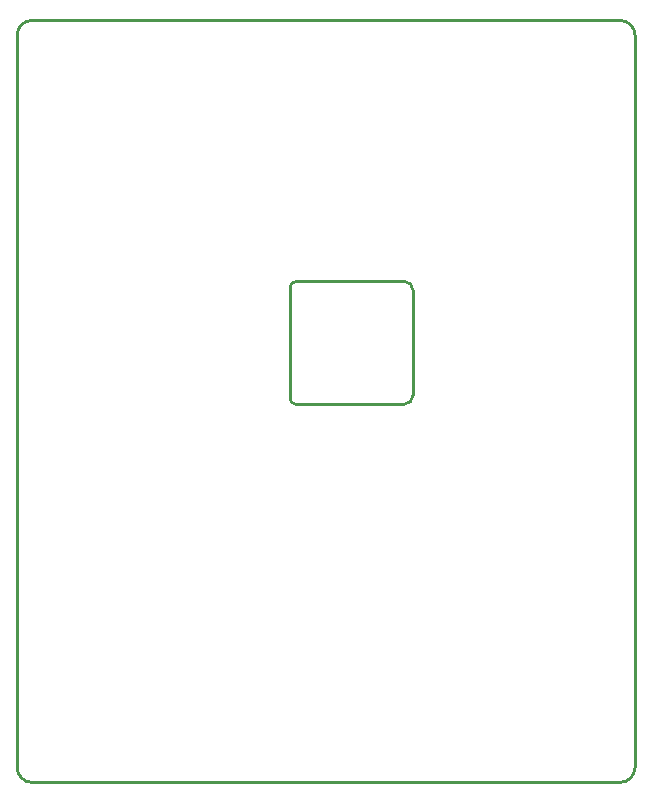
<source format=gm1>
G04*
G04 #@! TF.GenerationSoftware,Altium Limited,Altium Designer,21.2.2 (38)*
G04*
G04 Layer_Color=16711935*
%FSLAX25Y25*%
%MOIN*%
G70*
G04*
G04 #@! TF.SameCoordinates,02BB65A1-8190-4807-ADF1-2835F9576F4A*
G04*
G04*
G04 #@! TF.FilePolarity,Positive*
G04*
G01*
G75*
%ADD11C,0.01000*%
D11*
X93000Y167000D02*
G03*
X91000Y165000I0J-2000D01*
G01*
Y128000D02*
G03*
X93000Y126000I2000J0D01*
G01*
X129000D02*
G03*
X132000Y129000I0J3000D01*
G01*
Y164000D02*
G03*
X129000Y167000I-3000J0D01*
G01*
X5000Y254000D02*
G03*
X0Y249000I0J-5000D01*
G01*
Y5000D02*
G03*
X5000Y0I5000J0D01*
G01*
X201000D02*
G03*
X206000Y5000I0J5000D01*
G01*
Y249000D02*
G03*
X201000Y254000I-5000J0D01*
G01*
X91000Y128000D02*
Y165000D01*
X93000Y126000D02*
X129000D01*
X132000Y129000D02*
Y164000D01*
X93000Y167000D02*
X129000D01*
X5000Y254000D02*
X16000D01*
X0Y5000D02*
Y249000D01*
X5000Y0D02*
X201000D01*
X206000Y5000D02*
Y249000D01*
X16000Y254000D02*
X201000D01*
X93000Y167000D02*
G03*
X91000Y165000I0J-2000D01*
G01*
Y128000D02*
G03*
X93000Y126000I2000J0D01*
G01*
X129000D02*
G03*
X132000Y129000I0J3000D01*
G01*
Y164000D02*
G03*
X129000Y167000I-3000J0D01*
G01*
X5000Y254000D02*
G03*
X0Y249000I0J-5000D01*
G01*
Y5000D02*
G03*
X5000Y0I5000J0D01*
G01*
X201000D02*
G03*
X206000Y5000I0J5000D01*
G01*
Y249000D02*
G03*
X201000Y254000I-5000J0D01*
G01*
X91000Y128000D02*
Y165000D01*
X93000Y126000D02*
X129000D01*
X132000Y129000D02*
Y164000D01*
X93000Y167000D02*
X129000D01*
X5000Y254000D02*
X16000D01*
X0Y5000D02*
Y249000D01*
X5000Y0D02*
X201000D01*
X206000Y5000D02*
Y249000D01*
X16000Y254000D02*
X201000D01*
M02*

</source>
